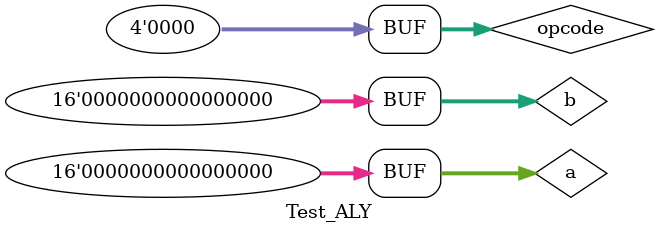
<source format=v>
`timescale 1ns / 1ps


module Test_ALY;

	// Inputs
	reg [15:0] a;
	reg [15:0] b;
	reg [3:0] opcode;

	// Outputs
	wire [15:0] r;
	wire cout;
	wire zero;
	wire error;
	wire [1:0] compareVal;

	// Instantiate the Unit Under Test (UUT)
	ALU uut (
		.a(a), 
		.b(b), 
		.opcode(opcode), 
		.r(r), 
		.cout(cout), 
		.zero(zero), 
		.error(error), 
		.compareVal(compareVal)
	);

	initial begin
		// Initialize Inputs
		a = 0;
		b = 0;
		opcode = 0;

		// Wait 100 ns for global reset to finish
		#100;
        
		// Add stimulus here

	end
      
endmodule


</source>
